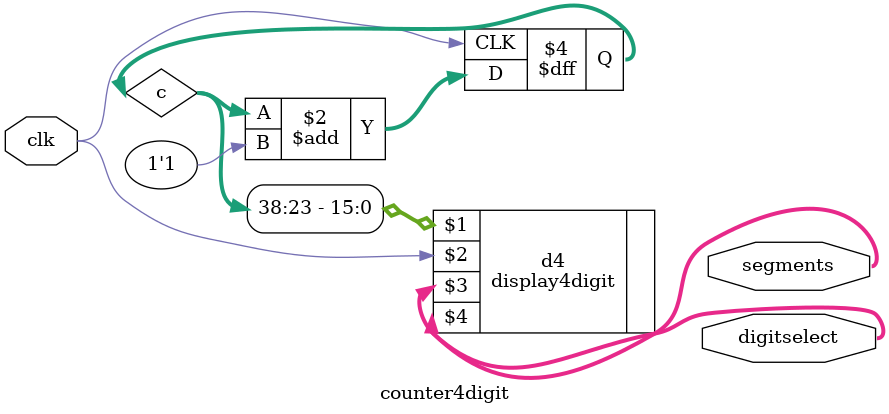
<source format=sv>
`timescale 1ns / 1ps
`default_nettype none

module counter4digit(
    input wire clk,
    output wire [7:0] segments,
    output wire [7:0] digitselect
);
    logic [38:0] c = 0;

    always_ff @(posedge clk)
		c <= c + 1'b 1;
		
	display4digit d4(c[38:23], clk, segments, digitselect);

endmodule
</source>
